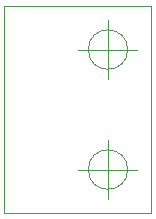
<source format=gbr>
G04 #@! TF.GenerationSoftware,KiCad,Pcbnew,(5.1.5)-3*
G04 #@! TF.CreationDate,2020-06-09T01:26:27-04:00*
G04 #@! TF.ProjectId,dip14tssop,64697031-3474-4737-936f-702e6b696361,rev?*
G04 #@! TF.SameCoordinates,Original*
G04 #@! TF.FileFunction,Profile,NP*
%FSLAX46Y46*%
G04 Gerber Fmt 4.6, Leading zero omitted, Abs format (unit mm)*
G04 Created by KiCad (PCBNEW (5.1.5)-3) date 2020-06-09 01:26:27*
%MOMM*%
%LPD*%
G04 APERTURE LIST*
%ADD10C,0.050000*%
%ADD11C,0.120000*%
G04 APERTURE END LIST*
D10*
X115966666Y-83820000D02*
G75*
G03X115966666Y-83820000I-1666666J0D01*
G01*
X111800000Y-83820000D02*
X116800000Y-83820000D01*
X114300000Y-81320000D02*
X114300000Y-86320000D01*
X115966666Y-73660000D02*
G75*
G03X115966666Y-73660000I-1666666J0D01*
G01*
X111800000Y-73660000D02*
X116800000Y-73660000D01*
X114300000Y-71160000D02*
X114300000Y-76160000D01*
D11*
X117983000Y-87503000D02*
X117983000Y-69977000D01*
X105537000Y-87503000D02*
X117983000Y-87503000D01*
X105537000Y-69977000D02*
X105537000Y-87503000D01*
X117983000Y-69977000D02*
X105537000Y-69977000D01*
M02*

</source>
